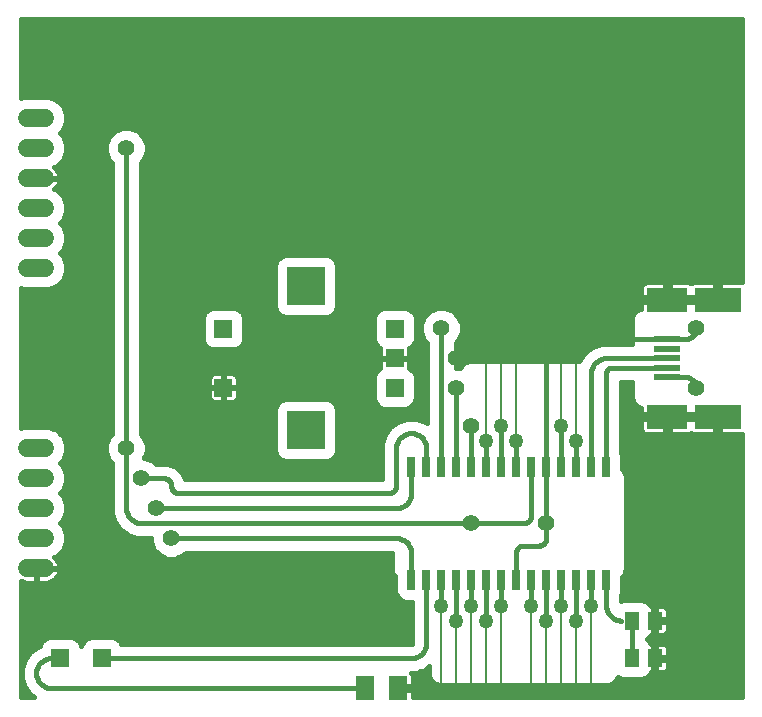
<source format=gtl>
G75*
%MOIN*%
%OFA0B0*%
%FSLAX24Y24*%
%IPPOS*%
%LPD*%
%AMOC8*
5,1,8,0,0,1.08239X$1,22.5*
%
%ADD10R,0.0591X0.0591*%
%ADD11R,0.0630X0.0787*%
%ADD12R,0.0512X0.0591*%
%ADD13R,0.0256X0.0669*%
%ADD14R,0.0594X0.0594*%
%ADD15R,0.1266X0.1266*%
%ADD16C,0.0500*%
%ADD17R,0.0886X0.0197*%
%ADD18R,0.1575X0.0807*%
%ADD19R,0.1378X0.0807*%
%ADD20C,0.0600*%
%ADD21C,0.0160*%
%ADD22C,0.0560*%
%ADD23C,0.0080*%
D10*
X003861Y002680D03*
X005239Y002680D03*
D11*
X013999Y001680D03*
X015101Y001680D03*
D12*
X022926Y002680D03*
X023674Y002680D03*
X023674Y003930D03*
X022926Y003930D03*
D13*
X022050Y005298D03*
X021550Y005298D03*
X021050Y005298D03*
X020550Y005298D03*
X020050Y005298D03*
X019550Y005298D03*
X019050Y005298D03*
X018550Y005298D03*
X018050Y005298D03*
X017550Y005298D03*
X017050Y005298D03*
X016550Y005298D03*
X016050Y005298D03*
X015550Y005298D03*
X015550Y009062D03*
X016050Y009062D03*
X016550Y009062D03*
X017050Y009062D03*
X017550Y009062D03*
X018050Y009062D03*
X018550Y009062D03*
X019050Y009062D03*
X019550Y009062D03*
X020050Y009062D03*
X020550Y009062D03*
X021050Y009062D03*
X021550Y009062D03*
X022050Y009062D03*
D14*
X015003Y011696D03*
X015003Y012680D03*
X015003Y013664D03*
X009294Y013664D03*
X009294Y011696D03*
D15*
X012050Y010278D03*
X012050Y015082D03*
D16*
X018050Y009930D03*
X018550Y010430D03*
X019050Y009930D03*
X020550Y010430D03*
X021050Y009930D03*
X020550Y004430D03*
X020050Y003930D03*
X019550Y004430D03*
X018550Y004430D03*
X018050Y003930D03*
X017550Y004430D03*
X017050Y003930D03*
X016550Y004430D03*
X021050Y003930D03*
X021550Y004430D03*
D17*
X024089Y012050D03*
X024089Y012365D03*
X024089Y012680D03*
X024089Y012995D03*
X024089Y013310D03*
D18*
X025763Y014629D03*
X025763Y010731D03*
D19*
X024089Y010731D03*
X024089Y014629D03*
D20*
X003350Y015680D02*
X002750Y015680D01*
X002750Y016680D02*
X003350Y016680D01*
X003350Y017680D02*
X002750Y017680D01*
X002750Y018680D02*
X003350Y018680D01*
X003350Y019680D02*
X002750Y019680D01*
X002750Y020680D02*
X003350Y020680D01*
X003350Y009680D02*
X002750Y009680D01*
X002750Y008680D02*
X003350Y008680D01*
X003350Y007680D02*
X002750Y007680D01*
X002750Y006680D02*
X003350Y006680D01*
X003350Y005680D02*
X002750Y005680D01*
D21*
X002530Y005253D02*
X002530Y001380D01*
X002984Y001380D01*
X002848Y001478D01*
X002848Y001478D01*
X002848Y001478D01*
X002666Y001730D01*
X002666Y001730D01*
X002570Y002025D01*
X002570Y002335D01*
X002666Y002630D01*
X002666Y002630D01*
X002848Y002882D01*
X002848Y002882D01*
X002848Y002882D01*
X003100Y003064D01*
X003100Y003064D01*
X003180Y003090D01*
X003227Y003202D01*
X003339Y003314D01*
X003486Y003375D01*
X004236Y003375D01*
X004383Y003314D01*
X004495Y003202D01*
X004550Y003070D01*
X004605Y003202D01*
X004717Y003314D01*
X004864Y003375D01*
X005614Y003375D01*
X005761Y003314D01*
X005873Y003202D01*
X005891Y003160D01*
X015550Y003160D01*
X015553Y003160D01*
X015559Y003162D01*
X015564Y003166D01*
X015568Y003171D01*
X015570Y003177D01*
X015570Y003180D01*
X015570Y004563D01*
X015342Y004563D01*
X015195Y004624D01*
X015083Y004737D01*
X015022Y004884D01*
X015022Y005392D01*
X014961Y005453D01*
X014900Y005600D01*
X014900Y006200D01*
X008032Y006200D01*
X007935Y006104D01*
X007685Y006000D01*
X007415Y006000D01*
X007165Y006104D01*
X006974Y006295D01*
X006870Y006545D01*
X006870Y006700D01*
X006395Y006700D01*
X006100Y006796D01*
X006100Y006796D01*
X005848Y006978D01*
X005848Y006978D01*
X005666Y007230D01*
X005666Y007230D01*
X005570Y007525D01*
X005570Y009198D01*
X005474Y009295D01*
X005370Y009545D01*
X005370Y009815D01*
X005474Y010065D01*
X005570Y010162D01*
X005570Y019198D01*
X005474Y019295D01*
X005370Y019545D01*
X005370Y019815D01*
X005474Y020065D01*
X005665Y020256D01*
X005915Y020360D01*
X006185Y020360D01*
X006435Y020256D01*
X006626Y020065D01*
X006730Y019815D01*
X006730Y019545D01*
X006626Y019295D01*
X006530Y019198D01*
X006530Y010162D01*
X006626Y010065D01*
X006730Y009815D01*
X006730Y009545D01*
X006653Y009360D01*
X006685Y009360D01*
X006935Y009256D01*
X007032Y009160D01*
X007445Y009160D01*
X007714Y009049D01*
X007714Y009049D01*
X007919Y008844D01*
X007919Y008844D01*
X007995Y008660D01*
X014570Y008660D01*
X014570Y009835D01*
X014666Y010130D01*
X014666Y010130D01*
X014848Y010382D01*
X014848Y010382D01*
X015100Y010564D01*
X015395Y010660D01*
X015705Y010660D01*
X016000Y010564D01*
X016000Y010564D01*
X016070Y010514D01*
X016070Y013198D01*
X015974Y013295D01*
X015870Y013545D01*
X015870Y013815D01*
X015974Y014065D01*
X016165Y014256D01*
X016415Y014360D01*
X016685Y014360D01*
X016935Y014256D01*
X017126Y014065D01*
X017230Y013815D01*
X017230Y013545D01*
X017126Y013295D01*
X017030Y013198D01*
X017030Y012360D01*
X017185Y012360D01*
X017191Y012358D01*
X017211Y012407D01*
X017323Y012519D01*
X017470Y012580D01*
X021150Y012580D01*
X021166Y012630D01*
X021166Y012630D01*
X021348Y012882D01*
X021348Y012882D01*
X021600Y013064D01*
X021600Y013064D01*
X021895Y013160D01*
X022900Y013160D01*
X022900Y014010D01*
X022961Y014157D01*
X023073Y014269D01*
X023220Y014330D01*
X023220Y014549D01*
X024009Y014549D01*
X024009Y014709D01*
X023220Y014709D01*
X023220Y015056D01*
X023233Y015102D01*
X023256Y015143D01*
X023290Y015176D01*
X023331Y015200D01*
X023377Y015212D01*
X024009Y015212D01*
X024009Y014709D01*
X024169Y014709D01*
X024169Y015212D01*
X024802Y015212D01*
X024848Y015200D01*
X024877Y015183D01*
X024906Y015200D01*
X024951Y015212D01*
X025683Y015212D01*
X025683Y014709D01*
X025843Y014709D01*
X025843Y015212D01*
X026570Y015212D01*
X026570Y023980D01*
X002530Y023980D01*
X002530Y021347D01*
X002611Y021380D01*
X003489Y021380D01*
X003747Y021273D01*
X003943Y021077D01*
X004050Y020819D01*
X004050Y020541D01*
X003943Y020283D01*
X003840Y020180D01*
X003943Y020077D01*
X004050Y019819D01*
X004050Y019541D01*
X003943Y019283D01*
X003747Y019087D01*
X003658Y019050D01*
X003663Y019046D01*
X003716Y018993D01*
X003761Y018932D01*
X003795Y018864D01*
X003818Y018792D01*
X003830Y018718D01*
X003830Y018700D01*
X003070Y018700D01*
X003070Y018660D01*
X003830Y018660D01*
X003830Y018642D01*
X003818Y018568D01*
X003795Y018496D01*
X003761Y018428D01*
X003716Y018367D01*
X003663Y018314D01*
X003658Y018310D01*
X003747Y018273D01*
X003943Y018077D01*
X004050Y017819D01*
X004050Y017541D01*
X003943Y017283D01*
X003840Y017180D01*
X003943Y017077D01*
X004050Y016819D01*
X004050Y016541D01*
X003943Y016283D01*
X003840Y016180D01*
X003943Y016077D01*
X004050Y015819D01*
X004050Y015541D01*
X003943Y015283D01*
X003747Y015087D01*
X003489Y014980D01*
X002611Y014980D01*
X002530Y015013D01*
X002530Y010347D01*
X002611Y010380D01*
X003489Y010380D01*
X003747Y010273D01*
X003943Y010077D01*
X004050Y009819D01*
X004050Y009541D01*
X003943Y009283D01*
X003840Y009180D01*
X003943Y009077D01*
X004050Y008819D01*
X004050Y008541D01*
X003943Y008283D01*
X003840Y008180D01*
X003943Y008077D01*
X004050Y007819D01*
X004050Y007541D01*
X003943Y007283D01*
X003840Y007180D01*
X003943Y007077D01*
X004050Y006819D01*
X004050Y006541D01*
X003943Y006283D01*
X003747Y006087D01*
X003658Y006050D01*
X003663Y006046D01*
X003716Y005993D01*
X003761Y005932D01*
X003795Y005864D01*
X003818Y005792D01*
X003830Y005718D01*
X003830Y005700D01*
X003070Y005700D01*
X003070Y005660D01*
X003830Y005660D01*
X003830Y005642D01*
X003818Y005568D01*
X003795Y005496D01*
X003761Y005428D01*
X003716Y005367D01*
X003663Y005314D01*
X003602Y005269D01*
X003534Y005235D01*
X003462Y005212D01*
X003388Y005200D01*
X003070Y005200D01*
X003070Y005660D01*
X003030Y005660D01*
X003030Y005200D01*
X002712Y005200D01*
X002638Y005212D01*
X002566Y005235D01*
X002530Y005253D01*
X002530Y005252D02*
X002533Y005252D01*
X002530Y005094D02*
X015022Y005094D01*
X015022Y005252D02*
X003567Y005252D01*
X003748Y005411D02*
X015004Y005411D01*
X014913Y005569D02*
X003818Y005569D01*
X003828Y005728D02*
X014900Y005728D01*
X014900Y005886D02*
X003784Y005886D01*
X003664Y006045D02*
X007307Y006045D01*
X007065Y006203D02*
X003863Y006203D01*
X003976Y006362D02*
X006946Y006362D01*
X006880Y006520D02*
X004041Y006520D01*
X004050Y006679D02*
X006870Y006679D01*
X006550Y007180D02*
X017550Y007180D01*
X019300Y007180D01*
X019330Y007182D01*
X019360Y007187D01*
X019389Y007196D01*
X019416Y007209D01*
X019442Y007224D01*
X019466Y007243D01*
X019487Y007264D01*
X019506Y007288D01*
X019521Y007314D01*
X019534Y007341D01*
X019543Y007370D01*
X019548Y007400D01*
X019550Y007430D01*
X019550Y009062D01*
X020050Y009062D02*
X020050Y012680D01*
X021050Y012680D02*
X017050Y012680D01*
X017030Y012702D02*
X021218Y012702D01*
X021333Y012860D02*
X017030Y012860D01*
X017030Y013019D02*
X021537Y013019D01*
X021680Y013310D02*
X024089Y013310D01*
X024680Y013310D01*
X024716Y013312D01*
X024752Y013317D01*
X024787Y013326D01*
X024822Y013338D01*
X024854Y013354D01*
X024886Y013372D01*
X024915Y013394D01*
X024942Y013418D01*
X024966Y013445D01*
X024988Y013474D01*
X025006Y013506D01*
X025022Y013538D01*
X025034Y013573D01*
X025043Y013608D01*
X025048Y013644D01*
X025050Y013680D01*
X025683Y014549D02*
X024169Y014549D01*
X024169Y014709D01*
X024958Y014709D01*
X025683Y014709D01*
X025683Y014549D01*
X025683Y014604D02*
X024169Y014604D01*
X024169Y014762D02*
X024009Y014762D01*
X024009Y014604D02*
X013083Y014604D01*
X013083Y014762D02*
X023220Y014762D01*
X023220Y014921D02*
X013083Y014921D01*
X013083Y015079D02*
X023227Y015079D01*
X023220Y014445D02*
X013083Y014445D01*
X013083Y014369D02*
X013083Y015794D01*
X013022Y015941D01*
X012910Y016054D01*
X012763Y016115D01*
X011337Y016115D01*
X011190Y016054D01*
X011078Y015941D01*
X011017Y015794D01*
X011017Y014369D01*
X011078Y014222D01*
X011190Y014109D01*
X011337Y014049D01*
X012763Y014049D01*
X012910Y014109D01*
X013022Y014222D01*
X013083Y014369D01*
X013049Y014287D02*
X014466Y014287D01*
X014479Y014300D02*
X014367Y014188D01*
X014306Y014041D01*
X014306Y013288D01*
X014367Y013141D01*
X014479Y013028D01*
X014528Y013008D01*
X014526Y013001D01*
X014526Y012698D01*
X014984Y012698D01*
X014984Y012662D01*
X014526Y012662D01*
X014526Y012359D01*
X014528Y012352D01*
X014479Y012332D01*
X014367Y012219D01*
X014306Y012072D01*
X014306Y011319D01*
X014367Y011172D01*
X014479Y011060D01*
X014626Y010999D01*
X015379Y010999D01*
X015526Y011060D01*
X015639Y011172D01*
X015700Y011319D01*
X015700Y012072D01*
X015639Y012219D01*
X015526Y012332D01*
X015478Y012352D01*
X015480Y012359D01*
X015480Y012662D01*
X015021Y012662D01*
X015021Y012698D01*
X015480Y012698D01*
X015480Y013001D01*
X015478Y013008D01*
X015526Y013028D01*
X015639Y013141D01*
X015700Y013288D01*
X015700Y014041D01*
X015639Y014188D01*
X015526Y014300D01*
X015379Y014361D01*
X014626Y014361D01*
X014479Y014300D01*
X014342Y014128D02*
X012928Y014128D01*
X013083Y015238D02*
X026570Y015238D01*
X026570Y015396D02*
X013083Y015396D01*
X013083Y015555D02*
X026570Y015555D01*
X026570Y015713D02*
X013083Y015713D01*
X013051Y015872D02*
X026570Y015872D01*
X026570Y016030D02*
X012933Y016030D01*
X011167Y016030D02*
X006530Y016030D01*
X006530Y015872D02*
X011049Y015872D01*
X011017Y015713D02*
X006530Y015713D01*
X006530Y015555D02*
X011017Y015555D01*
X011017Y015396D02*
X006530Y015396D01*
X006530Y015238D02*
X011017Y015238D01*
X011017Y015079D02*
X006530Y015079D01*
X006530Y014921D02*
X011017Y014921D01*
X011017Y014762D02*
X006530Y014762D01*
X006530Y014604D02*
X011017Y014604D01*
X011017Y014445D02*
X006530Y014445D01*
X006530Y014287D02*
X008757Y014287D01*
X008771Y014300D02*
X008658Y014188D01*
X008597Y014041D01*
X008597Y013288D01*
X008658Y013141D01*
X008771Y013028D01*
X008918Y012967D01*
X009671Y012967D01*
X009818Y013028D01*
X009930Y013141D01*
X009991Y013288D01*
X009991Y014041D01*
X009930Y014188D01*
X009818Y014300D01*
X009671Y014361D01*
X008918Y014361D01*
X008771Y014300D01*
X008633Y014128D02*
X006530Y014128D01*
X006530Y013970D02*
X008597Y013970D01*
X008597Y013811D02*
X006530Y013811D01*
X006530Y013653D02*
X008597Y013653D01*
X008597Y013494D02*
X006530Y013494D01*
X006530Y013336D02*
X008597Y013336D01*
X008643Y013177D02*
X006530Y013177D01*
X006530Y013019D02*
X008794Y013019D01*
X009794Y013019D02*
X014503Y013019D01*
X014526Y012860D02*
X006530Y012860D01*
X006530Y012702D02*
X014526Y012702D01*
X014526Y012543D02*
X006530Y012543D01*
X006530Y012385D02*
X014526Y012385D01*
X014374Y012226D02*
X006530Y012226D01*
X006530Y012068D02*
X008833Y012068D01*
X008830Y012062D02*
X008817Y012016D01*
X008817Y011714D01*
X009276Y011714D01*
X009276Y012173D01*
X008974Y012173D01*
X008928Y012160D01*
X008887Y012137D01*
X008853Y012103D01*
X008830Y012062D01*
X008817Y011909D02*
X006530Y011909D01*
X006530Y011751D02*
X008817Y011751D01*
X008817Y011677D02*
X008817Y011375D01*
X008830Y011329D01*
X008853Y011288D01*
X008887Y011255D01*
X008928Y011231D01*
X008974Y011219D01*
X009276Y011219D01*
X009276Y011677D01*
X009313Y011677D01*
X009313Y011714D01*
X009771Y011714D01*
X009771Y012016D01*
X009759Y012062D01*
X009735Y012103D01*
X009701Y012137D01*
X009660Y012160D01*
X009615Y012173D01*
X009313Y012173D01*
X009313Y011714D01*
X009276Y011714D01*
X009276Y011677D01*
X008817Y011677D01*
X008817Y011592D02*
X006530Y011592D01*
X006530Y011434D02*
X008817Y011434D01*
X008867Y011275D02*
X006530Y011275D01*
X006530Y011117D02*
X011069Y011117D01*
X011078Y011138D02*
X011017Y010991D01*
X011017Y009566D01*
X011078Y009419D01*
X011190Y009306D01*
X011337Y009245D01*
X012763Y009245D01*
X012910Y009306D01*
X013022Y009419D01*
X013083Y009566D01*
X013083Y010991D01*
X013022Y011138D01*
X012910Y011251D01*
X012763Y011311D01*
X011337Y011311D01*
X011190Y011251D01*
X011078Y011138D01*
X011017Y010958D02*
X006530Y010958D01*
X006530Y010800D02*
X011017Y010800D01*
X011017Y010641D02*
X006530Y010641D01*
X006530Y010483D02*
X011017Y010483D01*
X011017Y010324D02*
X006530Y010324D01*
X006530Y010166D02*
X011017Y010166D01*
X011017Y010007D02*
X006651Y010007D01*
X006716Y009849D02*
X011017Y009849D01*
X011017Y009690D02*
X006730Y009690D01*
X006725Y009532D02*
X011031Y009532D01*
X011124Y009373D02*
X006659Y009373D01*
X006977Y009215D02*
X014570Y009215D01*
X014570Y009373D02*
X012976Y009373D01*
X013069Y009532D02*
X014570Y009532D01*
X014570Y009690D02*
X013083Y009690D01*
X013083Y009849D02*
X014574Y009849D01*
X014626Y010007D02*
X013083Y010007D01*
X013083Y010166D02*
X014691Y010166D01*
X014807Y010324D02*
X013083Y010324D01*
X013083Y010483D02*
X014987Y010483D01*
X015336Y010641D02*
X013083Y010641D01*
X013083Y010800D02*
X016070Y010800D01*
X016070Y010958D02*
X013083Y010958D01*
X013031Y011117D02*
X014423Y011117D01*
X014324Y011275D02*
X012851Y011275D01*
X014306Y011434D02*
X009771Y011434D01*
X009771Y011375D02*
X009771Y011677D01*
X009313Y011677D01*
X009313Y011219D01*
X009615Y011219D01*
X009660Y011231D01*
X009701Y011255D01*
X009735Y011288D01*
X009759Y011329D01*
X009771Y011375D01*
X009722Y011275D02*
X011249Y011275D01*
X009771Y011592D02*
X014306Y011592D01*
X014306Y011751D02*
X009771Y011751D01*
X009771Y011909D02*
X014306Y011909D01*
X014306Y012068D02*
X009756Y012068D01*
X009313Y012068D02*
X009276Y012068D01*
X009276Y011909D02*
X009313Y011909D01*
X009313Y011751D02*
X009276Y011751D01*
X009276Y011592D02*
X009313Y011592D01*
X009313Y011434D02*
X009276Y011434D01*
X009276Y011275D02*
X009313Y011275D01*
X009945Y013177D02*
X014352Y013177D01*
X014306Y013336D02*
X009991Y013336D01*
X009991Y013494D02*
X014306Y013494D01*
X014306Y013653D02*
X009991Y013653D01*
X009991Y013811D02*
X014306Y013811D01*
X014306Y013970D02*
X009991Y013970D01*
X009955Y014128D02*
X011172Y014128D01*
X011051Y014287D02*
X009831Y014287D01*
X006530Y016189D02*
X026570Y016189D01*
X026570Y016347D02*
X006530Y016347D01*
X006530Y016506D02*
X026570Y016506D01*
X026570Y016664D02*
X006530Y016664D01*
X006530Y016823D02*
X026570Y016823D01*
X026570Y016981D02*
X006530Y016981D01*
X006530Y017140D02*
X026570Y017140D01*
X026570Y017298D02*
X006530Y017298D01*
X006530Y017457D02*
X026570Y017457D01*
X026570Y017615D02*
X006530Y017615D01*
X006530Y017774D02*
X026570Y017774D01*
X026570Y017932D02*
X006530Y017932D01*
X006530Y018091D02*
X026570Y018091D01*
X026570Y018249D02*
X006530Y018249D01*
X006530Y018408D02*
X026570Y018408D01*
X026570Y018566D02*
X006530Y018566D01*
X006530Y018725D02*
X026570Y018725D01*
X026570Y018883D02*
X006530Y018883D01*
X006530Y019042D02*
X026570Y019042D01*
X026570Y019200D02*
X006532Y019200D01*
X006653Y019359D02*
X026570Y019359D01*
X026570Y019517D02*
X006719Y019517D01*
X006730Y019676D02*
X026570Y019676D01*
X026570Y019834D02*
X006722Y019834D01*
X006657Y019993D02*
X026570Y019993D01*
X026570Y020151D02*
X006541Y020151D01*
X006307Y020310D02*
X026570Y020310D01*
X026570Y020468D02*
X004020Y020468D01*
X004050Y020627D02*
X026570Y020627D01*
X026570Y020785D02*
X004050Y020785D01*
X003999Y020944D02*
X026570Y020944D01*
X026570Y021102D02*
X003918Y021102D01*
X003759Y021261D02*
X026570Y021261D01*
X026570Y021419D02*
X002530Y021419D01*
X002530Y021578D02*
X026570Y021578D01*
X026570Y021736D02*
X002530Y021736D01*
X002530Y021895D02*
X026570Y021895D01*
X026570Y022053D02*
X002530Y022053D01*
X002530Y022212D02*
X026570Y022212D01*
X026570Y022370D02*
X002530Y022370D01*
X002530Y022529D02*
X026570Y022529D01*
X026570Y022687D02*
X002530Y022687D01*
X002530Y022846D02*
X026570Y022846D01*
X026570Y023004D02*
X002530Y023004D01*
X002530Y023163D02*
X026570Y023163D01*
X026570Y023321D02*
X002530Y023321D01*
X002530Y023480D02*
X026570Y023480D01*
X026570Y023638D02*
X002530Y023638D01*
X002530Y023797D02*
X026570Y023797D01*
X026570Y023955D02*
X002530Y023955D01*
X003954Y020310D02*
X005793Y020310D01*
X005559Y020151D02*
X003869Y020151D01*
X003978Y019993D02*
X005443Y019993D01*
X005378Y019834D02*
X004044Y019834D01*
X004050Y019676D02*
X005370Y019676D01*
X005381Y019517D02*
X004040Y019517D01*
X003975Y019359D02*
X005447Y019359D01*
X005568Y019200D02*
X003860Y019200D01*
X003667Y019042D02*
X005570Y019042D01*
X005570Y018883D02*
X003785Y018883D01*
X003829Y018725D02*
X005570Y018725D01*
X005570Y018566D02*
X003818Y018566D01*
X003745Y018408D02*
X005570Y018408D01*
X005570Y018249D02*
X003771Y018249D01*
X003929Y018091D02*
X005570Y018091D01*
X005570Y017932D02*
X004003Y017932D01*
X004050Y017774D02*
X005570Y017774D01*
X005570Y017615D02*
X004050Y017615D01*
X004015Y017457D02*
X005570Y017457D01*
X005570Y017298D02*
X003949Y017298D01*
X003880Y017140D02*
X005570Y017140D01*
X005570Y016981D02*
X003983Y016981D01*
X004049Y016823D02*
X005570Y016823D01*
X005570Y016664D02*
X004050Y016664D01*
X004035Y016506D02*
X005570Y016506D01*
X005570Y016347D02*
X003970Y016347D01*
X003848Y016189D02*
X005570Y016189D01*
X005570Y016030D02*
X003963Y016030D01*
X004028Y015872D02*
X005570Y015872D01*
X005570Y015713D02*
X004050Y015713D01*
X004050Y015555D02*
X005570Y015555D01*
X005570Y015396D02*
X003990Y015396D01*
X003897Y015238D02*
X005570Y015238D01*
X005570Y015079D02*
X003728Y015079D01*
X002530Y014921D02*
X005570Y014921D01*
X005570Y014762D02*
X002530Y014762D01*
X002530Y014604D02*
X005570Y014604D01*
X005570Y014445D02*
X002530Y014445D01*
X002530Y014287D02*
X005570Y014287D01*
X005570Y014128D02*
X002530Y014128D01*
X002530Y013970D02*
X005570Y013970D01*
X005570Y013811D02*
X002530Y013811D01*
X002530Y013653D02*
X005570Y013653D01*
X005570Y013494D02*
X002530Y013494D01*
X002530Y013336D02*
X005570Y013336D01*
X005570Y013177D02*
X002530Y013177D01*
X002530Y013019D02*
X005570Y013019D01*
X005570Y012860D02*
X002530Y012860D01*
X002530Y012702D02*
X005570Y012702D01*
X005570Y012543D02*
X002530Y012543D01*
X002530Y012385D02*
X005570Y012385D01*
X005570Y012226D02*
X002530Y012226D01*
X002530Y012068D02*
X005570Y012068D01*
X005570Y011909D02*
X002530Y011909D01*
X002530Y011751D02*
X005570Y011751D01*
X005570Y011592D02*
X002530Y011592D01*
X002530Y011434D02*
X005570Y011434D01*
X005570Y011275D02*
X002530Y011275D01*
X002530Y011117D02*
X005570Y011117D01*
X005570Y010958D02*
X002530Y010958D01*
X002530Y010800D02*
X005570Y010800D01*
X005570Y010641D02*
X002530Y010641D01*
X002530Y010483D02*
X005570Y010483D01*
X005570Y010324D02*
X003624Y010324D01*
X003854Y010166D02*
X005570Y010166D01*
X005449Y010007D02*
X003972Y010007D01*
X004038Y009849D02*
X005384Y009849D01*
X005370Y009690D02*
X004050Y009690D01*
X004046Y009532D02*
X005375Y009532D01*
X005441Y009373D02*
X003981Y009373D01*
X003874Y009215D02*
X005554Y009215D01*
X005570Y009056D02*
X003952Y009056D01*
X004018Y008898D02*
X005570Y008898D01*
X005570Y008739D02*
X004050Y008739D01*
X004050Y008581D02*
X005570Y008581D01*
X005570Y008422D02*
X004001Y008422D01*
X003923Y008264D02*
X005570Y008264D01*
X005570Y008105D02*
X003915Y008105D01*
X003997Y007947D02*
X005570Y007947D01*
X005570Y007788D02*
X004050Y007788D01*
X004050Y007630D02*
X005570Y007630D01*
X005587Y007471D02*
X004021Y007471D01*
X003955Y007313D02*
X005639Y007313D01*
X005721Y007154D02*
X003866Y007154D01*
X003977Y006996D02*
X005836Y006996D01*
X006043Y006837D02*
X004043Y006837D01*
X003070Y005569D02*
X003030Y005569D01*
X003030Y005411D02*
X003070Y005411D01*
X003070Y005252D02*
X003030Y005252D01*
X002530Y004935D02*
X015022Y004935D01*
X015067Y004777D02*
X002530Y004777D01*
X002530Y004618D02*
X015211Y004618D01*
X015570Y004460D02*
X002530Y004460D01*
X002530Y004301D02*
X015570Y004301D01*
X015570Y004143D02*
X002530Y004143D01*
X002530Y003984D02*
X015570Y003984D01*
X015570Y003826D02*
X002530Y003826D01*
X002530Y003667D02*
X015570Y003667D01*
X015570Y003509D02*
X002530Y003509D01*
X002530Y003350D02*
X003425Y003350D01*
X003222Y003192D02*
X002530Y003192D01*
X002530Y003033D02*
X003057Y003033D01*
X002843Y002875D02*
X002530Y002875D01*
X002530Y002716D02*
X002728Y002716D01*
X002642Y002558D02*
X002530Y002558D01*
X002530Y002399D02*
X002591Y002399D01*
X002570Y002241D02*
X002530Y002241D01*
X002530Y002082D02*
X002570Y002082D01*
X002603Y001924D02*
X002530Y001924D01*
X002530Y001765D02*
X002654Y001765D01*
X002755Y001607D02*
X002530Y001607D01*
X002530Y001448D02*
X002890Y001448D01*
X003550Y001680D02*
X013999Y001680D01*
X015101Y001680D02*
X016550Y001680D01*
X019550Y001680D01*
X020050Y001680D01*
X020550Y001680D01*
X021050Y001680D01*
X021550Y001680D01*
X023300Y001680D01*
X023261Y001985D02*
X023408Y002046D01*
X023521Y002158D01*
X023540Y002205D01*
X023626Y002205D01*
X023626Y002632D01*
X023722Y002632D01*
X023722Y002205D01*
X023954Y002205D01*
X023999Y002217D01*
X024040Y002241D01*
X026570Y002241D01*
X026570Y002399D02*
X024110Y002399D01*
X024110Y002361D02*
X024110Y002632D01*
X023722Y002632D01*
X023722Y002728D01*
X023626Y002728D01*
X023626Y003155D01*
X023540Y003155D01*
X023521Y003202D01*
X023418Y003305D01*
X023521Y003408D01*
X023540Y003455D01*
X023626Y003455D01*
X023626Y003882D01*
X023722Y003882D01*
X023722Y003455D01*
X023954Y003455D01*
X023999Y003467D01*
X024040Y003491D01*
X024074Y003524D01*
X024098Y003565D01*
X024110Y003611D01*
X024110Y003882D01*
X023722Y003882D01*
X023722Y003978D01*
X023626Y003978D01*
X023626Y004405D01*
X023540Y004405D01*
X023521Y004452D01*
X023408Y004564D01*
X023261Y004625D01*
X022591Y004625D01*
X022530Y004600D01*
X022530Y004768D01*
X022578Y004884D01*
X022578Y005392D01*
X022639Y005453D01*
X022700Y005600D01*
X022700Y008760D01*
X022639Y008907D01*
X022578Y008968D01*
X022578Y009476D01*
X022530Y009592D01*
X022530Y011885D01*
X022900Y011885D01*
X022900Y011350D01*
X022961Y011203D01*
X023073Y011091D01*
X023220Y011030D01*
X023220Y010811D01*
X024009Y010811D01*
X024009Y010651D01*
X023220Y010651D01*
X023220Y010304D01*
X023233Y010258D01*
X023256Y010217D01*
X023290Y010184D01*
X023331Y010160D01*
X023377Y010148D01*
X024009Y010148D01*
X024009Y010651D01*
X024169Y010651D01*
X024169Y010148D01*
X024802Y010148D01*
X024848Y010160D01*
X024877Y010177D01*
X024906Y010160D01*
X024951Y010148D01*
X025683Y010148D01*
X025683Y010651D01*
X025843Y010651D01*
X025843Y010148D01*
X026570Y010148D01*
X026570Y001380D01*
X015596Y001380D01*
X015596Y001603D01*
X015179Y001603D01*
X015179Y001757D01*
X015596Y001757D01*
X015596Y002097D01*
X015584Y002143D01*
X015560Y002184D01*
X015544Y002200D01*
X015705Y002200D01*
X016000Y002296D01*
X016000Y002296D01*
X016150Y002405D01*
X016150Y002100D01*
X016211Y001953D01*
X016323Y001841D01*
X016470Y001780D01*
X022130Y001780D01*
X022277Y001841D01*
X022389Y001953D01*
X022432Y002057D01*
X022443Y002046D01*
X022591Y001985D01*
X023261Y001985D01*
X023300Y001680D02*
X023337Y001682D01*
X023373Y001687D01*
X023409Y001696D01*
X023443Y001708D01*
X023476Y001724D01*
X023508Y001743D01*
X023537Y001765D01*
X023564Y001790D01*
X023589Y001817D01*
X023611Y001846D01*
X023630Y001878D01*
X023646Y001911D01*
X023658Y001945D01*
X023667Y001981D01*
X023672Y002017D01*
X023674Y002054D01*
X023626Y002241D02*
X023722Y002241D01*
X023722Y002399D02*
X023626Y002399D01*
X023626Y002558D02*
X023722Y002558D01*
X023674Y002680D02*
X023674Y003930D01*
X023722Y003978D02*
X023722Y004405D01*
X023954Y004405D01*
X023999Y004393D01*
X024040Y004369D01*
X024074Y004336D01*
X024098Y004295D01*
X024110Y004249D01*
X024110Y003978D01*
X023722Y003978D01*
X023722Y003984D02*
X023626Y003984D01*
X023626Y003826D02*
X023722Y003826D01*
X023722Y003667D02*
X023626Y003667D01*
X023626Y003509D02*
X023722Y003509D01*
X023463Y003350D02*
X026570Y003350D01*
X026570Y003192D02*
X023525Y003192D01*
X023626Y003033D02*
X023722Y003033D01*
X023722Y003155D02*
X023722Y002728D01*
X024110Y002728D01*
X024110Y002999D01*
X024098Y003045D01*
X024074Y003086D01*
X024040Y003119D01*
X023999Y003143D01*
X023954Y003155D01*
X023722Y003155D01*
X023722Y002875D02*
X023626Y002875D01*
X023722Y002716D02*
X026570Y002716D01*
X026570Y002558D02*
X024110Y002558D01*
X024110Y002361D02*
X024098Y002315D01*
X024074Y002274D01*
X024040Y002241D01*
X023445Y002082D02*
X026570Y002082D01*
X026570Y001924D02*
X022359Y001924D01*
X022926Y002680D02*
X022926Y003930D01*
X022550Y003930D02*
X022506Y003932D01*
X022463Y003938D01*
X022421Y003947D01*
X022379Y003960D01*
X022339Y003977D01*
X022300Y003997D01*
X022263Y004020D01*
X022229Y004047D01*
X022196Y004076D01*
X022167Y004109D01*
X022140Y004143D01*
X022117Y004180D01*
X022097Y004219D01*
X022080Y004259D01*
X022067Y004301D01*
X022058Y004343D01*
X022052Y004386D01*
X022050Y004430D01*
X022050Y005298D01*
X021550Y005298D02*
X021550Y005180D01*
X021550Y004430D01*
X021050Y003930D02*
X021050Y005298D01*
X020550Y005298D02*
X020550Y004430D01*
X020050Y003930D02*
X020050Y005298D01*
X019550Y005298D02*
X019550Y004430D01*
X019050Y005298D02*
X019050Y006180D01*
X019052Y006210D01*
X019057Y006240D01*
X019066Y006269D01*
X019079Y006296D01*
X019094Y006322D01*
X019113Y006346D01*
X019134Y006367D01*
X019158Y006386D01*
X019184Y006401D01*
X019211Y006414D01*
X019240Y006423D01*
X019270Y006428D01*
X019300Y006430D01*
X019800Y006430D01*
X019830Y006432D01*
X019860Y006437D01*
X019889Y006446D01*
X019916Y006459D01*
X019942Y006474D01*
X019966Y006493D01*
X019987Y006514D01*
X020006Y006538D01*
X020021Y006564D01*
X020034Y006591D01*
X020043Y006620D01*
X020048Y006650D01*
X020050Y006680D01*
X020050Y007180D01*
X020050Y009062D01*
X020550Y009062D02*
X020550Y010430D01*
X021050Y009930D02*
X021050Y009062D01*
X021550Y009062D02*
X021550Y012180D01*
X021552Y012224D01*
X021558Y012267D01*
X021567Y012309D01*
X021580Y012351D01*
X021597Y012391D01*
X021617Y012430D01*
X021640Y012467D01*
X021667Y012501D01*
X021696Y012534D01*
X021729Y012563D01*
X021763Y012590D01*
X021800Y012613D01*
X021839Y012633D01*
X021879Y012650D01*
X021921Y012663D01*
X021963Y012672D01*
X022006Y012678D01*
X022050Y012680D01*
X024089Y012680D01*
X024089Y012365D02*
X022235Y012365D01*
X022209Y012363D01*
X022183Y012358D01*
X022158Y012348D01*
X022135Y012336D01*
X022114Y012320D01*
X022095Y012301D01*
X022079Y012280D01*
X022067Y012257D01*
X022057Y012232D01*
X022052Y012206D01*
X022050Y012180D01*
X022050Y009062D01*
X022578Y009056D02*
X026570Y009056D01*
X026570Y008898D02*
X022643Y008898D01*
X022700Y008739D02*
X026570Y008739D01*
X026570Y008581D02*
X022700Y008581D01*
X022700Y008422D02*
X026570Y008422D01*
X026570Y008264D02*
X022700Y008264D01*
X022700Y008105D02*
X026570Y008105D01*
X026570Y007947D02*
X022700Y007947D01*
X022700Y007788D02*
X026570Y007788D01*
X026570Y007630D02*
X022700Y007630D01*
X022700Y007471D02*
X026570Y007471D01*
X026570Y007313D02*
X022700Y007313D01*
X022700Y007154D02*
X026570Y007154D01*
X026570Y006996D02*
X022700Y006996D01*
X022700Y006837D02*
X026570Y006837D01*
X026570Y006679D02*
X022700Y006679D01*
X022700Y006520D02*
X026570Y006520D01*
X026570Y006362D02*
X022700Y006362D01*
X022700Y006203D02*
X026570Y006203D01*
X026570Y006045D02*
X022700Y006045D01*
X022700Y005886D02*
X026570Y005886D01*
X026570Y005728D02*
X022700Y005728D01*
X022687Y005569D02*
X026570Y005569D01*
X026570Y005411D02*
X022596Y005411D01*
X022578Y005252D02*
X026570Y005252D01*
X026570Y005094D02*
X022578Y005094D01*
X022578Y004935D02*
X026570Y004935D01*
X026570Y004777D02*
X022533Y004777D01*
X022530Y004618D02*
X022573Y004618D01*
X023279Y004618D02*
X026570Y004618D01*
X026570Y004460D02*
X023513Y004460D01*
X023626Y004301D02*
X023722Y004301D01*
X023722Y004143D02*
X023626Y004143D01*
X024110Y004143D02*
X026570Y004143D01*
X026570Y004301D02*
X024094Y004301D01*
X024110Y003984D02*
X026570Y003984D01*
X026570Y003826D02*
X024110Y003826D01*
X024110Y003667D02*
X026570Y003667D01*
X026570Y003509D02*
X024058Y003509D01*
X024101Y003033D02*
X026570Y003033D01*
X026570Y002875D02*
X024110Y002875D01*
X026570Y001765D02*
X015596Y001765D01*
X015596Y001924D02*
X016241Y001924D01*
X016158Y002082D02*
X015596Y002082D01*
X015830Y002241D02*
X016150Y002241D01*
X016142Y002399D02*
X016150Y002399D01*
X015550Y002680D02*
X005239Y002680D01*
X005878Y003192D02*
X015570Y003192D01*
X016050Y003180D02*
X016048Y003136D01*
X016042Y003093D01*
X016033Y003051D01*
X016020Y003009D01*
X016003Y002969D01*
X015983Y002930D01*
X015960Y002893D01*
X015933Y002859D01*
X015904Y002826D01*
X015871Y002797D01*
X015837Y002770D01*
X015800Y002747D01*
X015761Y002727D01*
X015721Y002710D01*
X015679Y002697D01*
X015637Y002688D01*
X015594Y002682D01*
X015550Y002680D01*
X016050Y003180D02*
X016050Y005298D01*
X015550Y005298D02*
X015550Y006180D01*
X015548Y006224D01*
X015542Y006267D01*
X015533Y006309D01*
X015520Y006351D01*
X015503Y006391D01*
X015483Y006430D01*
X015460Y006467D01*
X015433Y006501D01*
X015404Y006534D01*
X015371Y006563D01*
X015337Y006590D01*
X015300Y006613D01*
X015261Y006633D01*
X015221Y006650D01*
X015179Y006663D01*
X015137Y006672D01*
X015094Y006678D01*
X015050Y006680D01*
X007550Y006680D01*
X007793Y006045D02*
X014900Y006045D01*
X016550Y005298D02*
X016550Y004430D01*
X017050Y003930D02*
X017050Y005298D01*
X017550Y005298D02*
X017550Y004430D01*
X018050Y003930D02*
X018050Y005298D01*
X018550Y005298D02*
X018550Y004430D01*
X015570Y003350D02*
X005675Y003350D01*
X004803Y003350D02*
X004297Y003350D01*
X004500Y003192D02*
X004600Y003192D01*
X003861Y002680D02*
X003550Y002680D01*
X003506Y002678D01*
X003463Y002672D01*
X003421Y002663D01*
X003379Y002650D01*
X003339Y002633D01*
X003300Y002613D01*
X003263Y002590D01*
X003229Y002563D01*
X003196Y002534D01*
X003167Y002501D01*
X003140Y002467D01*
X003117Y002430D01*
X003097Y002391D01*
X003080Y002351D01*
X003067Y002309D01*
X003058Y002267D01*
X003052Y002224D01*
X003050Y002180D01*
X003052Y002136D01*
X003058Y002093D01*
X003067Y002051D01*
X003080Y002009D01*
X003097Y001969D01*
X003117Y001930D01*
X003140Y001893D01*
X003167Y001859D01*
X003196Y001826D01*
X003229Y001797D01*
X003263Y001770D01*
X003300Y001747D01*
X003339Y001727D01*
X003379Y001710D01*
X003421Y001697D01*
X003463Y001688D01*
X003506Y001682D01*
X003550Y001680D01*
X006050Y007680D02*
X006050Y009680D01*
X006050Y019680D01*
X015540Y014287D02*
X016237Y014287D01*
X016036Y014128D02*
X015663Y014128D01*
X015700Y013970D02*
X015934Y013970D01*
X015870Y013811D02*
X015700Y013811D01*
X015700Y013653D02*
X015870Y013653D01*
X015891Y013494D02*
X015700Y013494D01*
X015700Y013336D02*
X015957Y013336D01*
X016070Y013177D02*
X015654Y013177D01*
X015503Y013019D02*
X016070Y013019D01*
X016070Y012860D02*
X015480Y012860D01*
X015480Y012702D02*
X016070Y012702D01*
X016070Y012543D02*
X015480Y012543D01*
X015480Y012385D02*
X016070Y012385D01*
X016070Y012226D02*
X015632Y012226D01*
X015700Y012068D02*
X016070Y012068D01*
X016070Y011909D02*
X015700Y011909D01*
X015700Y011751D02*
X016070Y011751D01*
X016070Y011592D02*
X015700Y011592D01*
X015700Y011434D02*
X016070Y011434D01*
X016070Y011275D02*
X015681Y011275D01*
X015583Y011117D02*
X016070Y011117D01*
X016070Y010641D02*
X015764Y010641D01*
X015550Y010180D02*
X015506Y010178D01*
X015463Y010172D01*
X015421Y010163D01*
X015379Y010150D01*
X015339Y010133D01*
X015300Y010113D01*
X015263Y010090D01*
X015229Y010063D01*
X015196Y010034D01*
X015167Y010001D01*
X015140Y009967D01*
X015117Y009930D01*
X015097Y009891D01*
X015080Y009851D01*
X015067Y009809D01*
X015058Y009767D01*
X015052Y009724D01*
X015050Y009680D01*
X015050Y008430D01*
X015550Y008180D02*
X015548Y008136D01*
X015542Y008093D01*
X015533Y008051D01*
X015520Y008009D01*
X015503Y007969D01*
X015483Y007930D01*
X015460Y007893D01*
X015433Y007859D01*
X015404Y007826D01*
X015371Y007797D01*
X015337Y007770D01*
X015300Y007747D01*
X015261Y007727D01*
X015221Y007710D01*
X015179Y007697D01*
X015137Y007688D01*
X015094Y007682D01*
X015050Y007680D01*
X007050Y007680D01*
X006550Y007180D02*
X006506Y007182D01*
X006463Y007188D01*
X006421Y007197D01*
X006379Y007210D01*
X006339Y007227D01*
X006300Y007247D01*
X006263Y007270D01*
X006229Y007297D01*
X006196Y007326D01*
X006167Y007359D01*
X006140Y007393D01*
X006117Y007430D01*
X006097Y007469D01*
X006080Y007509D01*
X006067Y007551D01*
X006058Y007593D01*
X006052Y007636D01*
X006050Y007680D01*
X006550Y008680D02*
X007300Y008680D01*
X007330Y008678D01*
X007360Y008673D01*
X007389Y008664D01*
X007416Y008651D01*
X007442Y008636D01*
X007466Y008617D01*
X007487Y008596D01*
X007506Y008572D01*
X007521Y008546D01*
X007534Y008519D01*
X007543Y008490D01*
X007548Y008460D01*
X007550Y008430D01*
X007552Y008400D01*
X007557Y008370D01*
X007566Y008341D01*
X007579Y008314D01*
X007594Y008288D01*
X007613Y008264D01*
X007634Y008243D01*
X007658Y008224D01*
X007684Y008209D01*
X007711Y008196D01*
X007740Y008187D01*
X007770Y008182D01*
X007800Y008180D01*
X014800Y008180D01*
X014830Y008182D01*
X014860Y008187D01*
X014889Y008196D01*
X014916Y008209D01*
X014942Y008224D01*
X014966Y008243D01*
X014987Y008264D01*
X015006Y008288D01*
X015021Y008314D01*
X015034Y008341D01*
X015043Y008370D01*
X015048Y008400D01*
X015050Y008430D01*
X014570Y008739D02*
X007962Y008739D01*
X007865Y008898D02*
X014570Y008898D01*
X014570Y009056D02*
X007696Y009056D01*
X015550Y009062D02*
X015550Y008180D01*
X016050Y009062D02*
X016050Y009680D01*
X016048Y009724D01*
X016042Y009767D01*
X016033Y009809D01*
X016020Y009851D01*
X016003Y009891D01*
X015983Y009930D01*
X015960Y009967D01*
X015933Y010001D01*
X015904Y010034D01*
X015871Y010063D01*
X015837Y010090D01*
X015800Y010113D01*
X015761Y010133D01*
X015721Y010150D01*
X015679Y010163D01*
X015637Y010172D01*
X015594Y010178D01*
X015550Y010180D01*
X016550Y009062D02*
X016550Y013680D01*
X017230Y013653D02*
X022900Y013653D01*
X022900Y013811D02*
X017230Y013811D01*
X017166Y013970D02*
X022900Y013970D01*
X022949Y014128D02*
X017064Y014128D01*
X016863Y014287D02*
X023115Y014287D01*
X022900Y013494D02*
X017209Y013494D01*
X017143Y013336D02*
X022900Y013336D01*
X022900Y013177D02*
X017030Y013177D01*
X017030Y012543D02*
X017381Y012543D01*
X017202Y012385D02*
X017030Y012385D01*
X017050Y011680D02*
X017050Y009062D01*
X017550Y009062D02*
X017550Y010430D01*
X018050Y009930D02*
X018050Y009062D01*
X018550Y009062D02*
X018550Y010430D01*
X019050Y009930D02*
X019050Y009062D01*
X022530Y009690D02*
X026570Y009690D01*
X026570Y009532D02*
X022555Y009532D01*
X022578Y009373D02*
X026570Y009373D01*
X026570Y009215D02*
X022578Y009215D01*
X022530Y009849D02*
X026570Y009849D01*
X026570Y010007D02*
X022530Y010007D01*
X022530Y010166D02*
X023321Y010166D01*
X023220Y010324D02*
X022530Y010324D01*
X022530Y010483D02*
X023220Y010483D01*
X023220Y010641D02*
X022530Y010641D01*
X022530Y010800D02*
X024009Y010800D01*
X024009Y010641D02*
X024169Y010641D01*
X024169Y010651D02*
X024169Y010811D01*
X024958Y010811D01*
X025683Y010811D01*
X025683Y010651D01*
X024169Y010651D01*
X024169Y010800D02*
X025683Y010800D01*
X025683Y010641D02*
X025843Y010641D01*
X025843Y010483D02*
X025683Y010483D01*
X025683Y010324D02*
X025843Y010324D01*
X025843Y010166D02*
X025683Y010166D01*
X024896Y010166D02*
X024858Y010166D01*
X024169Y010166D02*
X024009Y010166D01*
X024009Y010324D02*
X024169Y010324D01*
X024169Y010483D02*
X024009Y010483D01*
X023220Y010958D02*
X022530Y010958D01*
X022530Y011117D02*
X023048Y011117D01*
X022931Y011275D02*
X022530Y011275D01*
X022530Y011434D02*
X022900Y011434D01*
X022900Y011592D02*
X022530Y011592D01*
X022530Y011751D02*
X022900Y011751D01*
X024089Y012050D02*
X024680Y012050D01*
X024716Y012048D01*
X024752Y012043D01*
X024787Y012034D01*
X024822Y012022D01*
X024854Y012006D01*
X024886Y011988D01*
X024915Y011966D01*
X024942Y011942D01*
X024966Y011915D01*
X024988Y011886D01*
X025006Y011854D01*
X025022Y011822D01*
X025034Y011787D01*
X025043Y011752D01*
X025048Y011716D01*
X025050Y011680D01*
X025683Y014762D02*
X025843Y014762D01*
X025843Y014921D02*
X025683Y014921D01*
X025683Y015079D02*
X025843Y015079D01*
X024169Y015079D02*
X024009Y015079D01*
X024009Y014921D02*
X024169Y014921D01*
X021680Y013310D02*
X021631Y013308D01*
X021581Y013302D01*
X021533Y013293D01*
X021485Y013279D01*
X021439Y013262D01*
X021394Y013241D01*
X021351Y013217D01*
X021310Y013190D01*
X021271Y013159D01*
X021235Y013125D01*
X021201Y013089D01*
X021170Y013050D01*
X021143Y013009D01*
X021119Y012966D01*
X021098Y012921D01*
X021081Y012875D01*
X021067Y012827D01*
X021058Y012779D01*
X021052Y012729D01*
X021050Y012680D01*
X026570Y001607D02*
X015179Y001607D01*
X015596Y001448D02*
X026570Y001448D01*
D22*
X020050Y007180D03*
X017550Y007180D03*
X017550Y010430D03*
X017050Y011680D03*
X017050Y012680D03*
X016550Y013680D03*
X025050Y013680D03*
X025050Y011680D03*
X007550Y006680D03*
X007050Y007680D03*
X006550Y008680D03*
X006050Y009680D03*
X006050Y019680D03*
D23*
X018050Y012680D02*
X018050Y009062D01*
X018550Y009062D02*
X018550Y012680D01*
X019050Y012680D02*
X019050Y009062D01*
X020550Y009062D02*
X020550Y012680D01*
X021050Y012680D02*
X021050Y009062D01*
X021050Y005298D02*
X021050Y001680D01*
X020550Y001680D02*
X020550Y005298D01*
X020050Y005298D02*
X020050Y001680D01*
X019550Y001680D02*
X019550Y005298D01*
X018550Y005298D02*
X018550Y001680D01*
X018050Y001680D02*
X018050Y005298D01*
X017550Y005298D02*
X017550Y001680D01*
X017050Y001680D02*
X017050Y005298D01*
X016550Y005298D02*
X016550Y001680D01*
X021550Y001680D02*
X021550Y005180D01*
M02*

</source>
